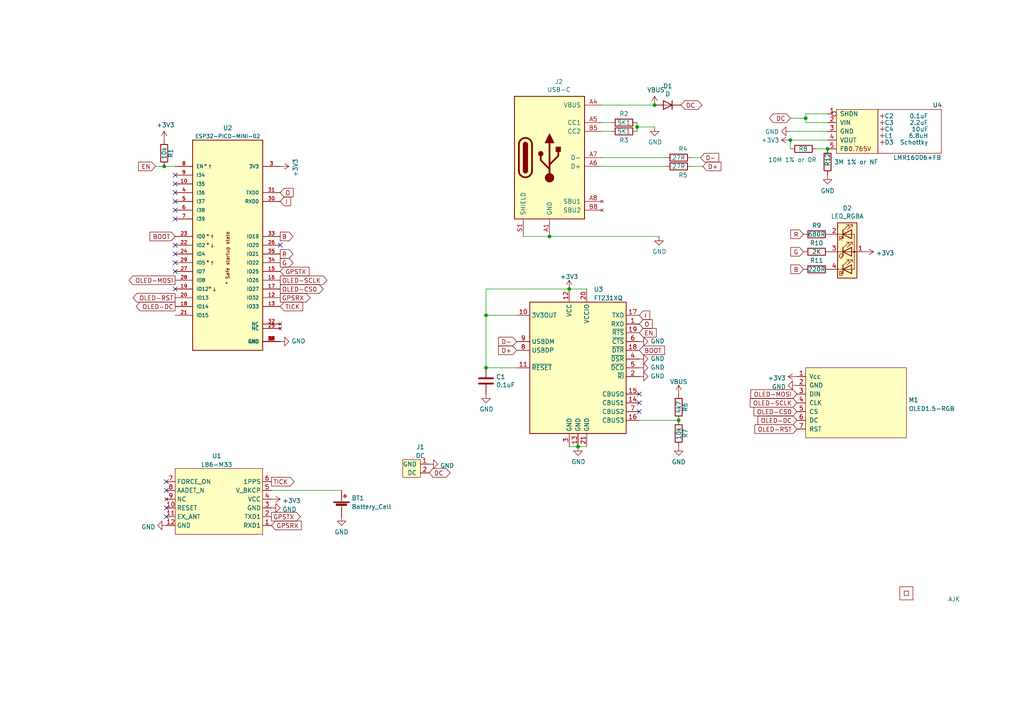
<source format=kicad_sch>
(kicad_sch (version 20211123) (generator eeschema)
  (paper "A4")
  (title_block (title "GPS reference") (date "${DATE}") (rev "1") (company "Adrian Kennard Andrews & Arnold Ltd") (comment 1 "@TheRealRevK") (comment 2 "www.me.uk"))
  (lib_symbols
    (symbol "Device:Battery_Cell" (pin_numbers hide) (pin_names (offset 0) hide)
      (property "Reference" "BT" (at 2.54 2.54 0))
      (property "Value" "Battery_Cell" (at 2.54 0 0))
      (symbol "Battery_Cell_0_1"
        (rectangle (start -2.286 1.778) (end 2.286 1.524) (fill (type outline)))
        (rectangle (start -1.5748 1.1938) (end 1.4732 0.6858) (fill (type outline)))
        (polyline (pts (xy 0 0.762) (xy 0 0)))
        (polyline (pts (xy 0 1.778) (xy 0 2.54)))
        (polyline (pts (xy 0.508 3.429) (xy 1.524 3.429)) (stroke (width 0.254)))
        (polyline (pts (xy 1.016 3.937) (xy 1.016 2.921)) (stroke (width 0.254)))
      )
      (symbol "Battery_Cell_1_1"
        (pin passive line (at 0 5.08 270) (length 2.54) (name "+") (number "1"))
        (pin passive line (at 0 -2.54 90) (length 2.54) (name "-") (number "2"))
      )
    )
    (symbol "Device:C" (pin_numbers hide) (pin_names (offset 0.254))
      (property "Reference" "C" (at 0.635 2.54 0))
      (property "Value" "C" (at 0.635 -2.54 0))
      (symbol "C_0_1"
        (polyline (pts (xy -2.032 -0.762) (xy 2.032 -0.762)) (stroke (width 0.508)))
        (polyline (pts (xy -2.032 0.762) (xy 2.032 0.762)) (stroke (width 0.508)))
      )
      (symbol "C_1_1"
        (pin passive line (at 0 3.81 270) (length 2.794) (name "~") (number "1"))
        (pin passive line (at 0 -3.81 90) (length 2.794) (name "~") (number "2"))
      )
    )
    (symbol "Device:D" (pin_numbers hide) (pin_names (offset 1.016) hide)
      (property "Reference" "D" (at 0 2.54 0))
      (property "Value" "D" (at 0 -2.54 0))
      (symbol "D_0_1"
        (polyline (pts (xy -1.27 1.27) (xy -1.27 -1.27)) (stroke (width 0.254)))
        (polyline (pts (xy 1.27 0) (xy -1.27 0)))
        (polyline (pts (xy 1.27 1.27) (xy 1.27 -1.27) (xy -1.27 0) (xy 1.27 1.27)) (stroke (width 0.254)))
      )
      (symbol "D_1_1"
        (pin passive line (at -3.81 0 0) (length 2.54) (name "K") (number "1"))
        (pin passive line (at 3.81 0 180) (length 2.54) (name "A") (number "2"))
      )
    )
    (symbol "Device:LED_ARGB" (pin_names (offset 0) hide)
      (property "Reference" "D" (at 0 9.398 0))
      (property "Value" "LED_ARGB" (at 0 -8.89 0))
      (symbol "LED_ARGB_0_0"
        (text "B" (at -1.905 -6.35 0) (effects (font (size 1.27 1.27))))
        (text "G" (at -1.905 -1.27 0) (effects (font (size 1.27 1.27))))
        (text "R" (at -1.905 3.81 0) (effects (font (size 1.27 1.27))))
      )
      (symbol "LED_ARGB_0_1"
        (polyline (pts (xy -1.27 -5.08) (xy -2.54 -5.08)))
        (polyline (pts (xy -1.27 -5.08) (xy 1.27 -5.08)))
        (polyline (pts (xy -1.27 -3.81) (xy -1.27 -6.35)) (stroke (width 0.254)))
        (polyline (pts (xy -1.27 0) (xy -2.54 0)))
        (polyline (pts (xy -1.27 1.27) (xy -1.27 -1.27)) (stroke (width 0.254)))
        (polyline (pts (xy -1.27 5.08) (xy -2.54 5.08)))
        (polyline (pts (xy -1.27 5.08) (xy 1.27 5.08)))
        (polyline (pts (xy -1.27 6.35) (xy -1.27 3.81)) (stroke (width 0.254)))
        (polyline (pts (xy 1.27 0) (xy -1.27 0)))
        (polyline (pts (xy 1.27 0) (xy 2.54 0)))
        (polyline (pts (xy -1.27 1.27) (xy -1.27 -1.27) (xy -1.27 -1.27)))
        (polyline (pts (xy -1.27 6.35) (xy -1.27 3.81) (xy -1.27 3.81)))
        (polyline (pts (xy 1.27 -5.08) (xy 2.032 -5.08) (xy 2.032 5.08) (xy 1.27 5.08)))
        (polyline (pts (xy 1.27 -3.81) (xy 1.27 -6.35) (xy -1.27 -5.08) (xy 1.27 -3.81)) (stroke (width 0.254)))
        (polyline (pts (xy 1.27 1.27) (xy 1.27 -1.27) (xy -1.27 0) (xy 1.27 1.27)) (stroke (width 0.254)))
        (polyline (pts (xy 1.27 6.35) (xy 1.27 3.81) (xy -1.27 5.08) (xy 1.27 6.35)) (stroke (width 0.254)))
        (polyline (pts (xy -1.016 -3.81) (xy 0.508 -2.286) (xy -0.254 -2.286) (xy 0.508 -2.286) (xy 0.508 -3.048)))
        (polyline (pts (xy -1.016 1.27) (xy 0.508 2.794) (xy -0.254 2.794) (xy 0.508 2.794) (xy 0.508 2.032)))
        (polyline (pts (xy -1.016 6.35) (xy 0.508 7.874) (xy -0.254 7.874) (xy 0.508 7.874) (xy 0.508 7.112)))
        (polyline (pts (xy 0 -3.81) (xy 1.524 -2.286) (xy 0.762 -2.286) (xy 1.524 -2.286) (xy 1.524 -3.048)))
        (polyline (pts (xy 0 1.27) (xy 1.524 2.794) (xy 0.762 2.794) (xy 1.524 2.794) (xy 1.524 2.032)))
        (polyline (pts (xy 0 6.35) (xy 1.524 7.874) (xy 0.762 7.874) (xy 1.524 7.874) (xy 1.524 7.112)))
        (rectangle (start 1.27 -1.27) (end 1.27 1.27))
        (rectangle (start 1.27 1.27) (end 1.27 1.27))
        (rectangle (start 1.27 3.81) (end 1.27 6.35))
        (rectangle (start 1.27 6.35) (end 1.27 6.35))
        (circle (center 2.032 0) (radius 0.254) (fill (type outline)))
        (rectangle (start 2.794 8.382) (end -2.794 -7.62) (stroke (width 0.254)) (fill (type background)))
      )
      (symbol "LED_ARGB_1_1"
        (pin passive line (at 5.08 0 180) (length 2.54) (name "A") (number "1"))
        (pin passive line (at -5.08 5.08 0) (length 2.54) (name "RK") (number "2"))
        (pin passive line (at -5.08 0 0) (length 2.54) (name "GK") (number "3"))
        (pin passive line (at -5.08 -5.08 0) (length 2.54) (name "BK") (number "4"))
      )
    )
    (symbol "Device:R" (pin_numbers hide) (pin_names (offset 0))
      (property "Reference" "R" (at 2.032 0 90))
      (property "Value" "R" (at 0 0 90))
      (symbol "R_0_1"
        (rectangle (start -1.016 -2.54) (end 1.016 2.54) (stroke (width 0.254)))
      )
      (symbol "R_1_1"
        (pin passive line (at 0 3.81 270) (length 1.27) (name "~") (number "1"))
        (pin passive line (at 0 -3.81 90) (length 1.27) (name "~") (number "2"))
      )
    )
    (symbol "RevK:AJK" (pin_names (offset 1.016)) (in_bom no)
      (property "Value" "AJK" (at 0 0 0))
    )
    (symbol "RevK:DC" (pin_names (offset 1.016))
      (property "Reference" "J" (at 0 2.54 0))
      (property "Value" "DC" (at 2.54 -1.27 0))
      (symbol "DC_0_1"
        (rectangle (start 0 1.27) (end 5.08 -3.81) (fill (type background)))
      )
      (symbol "DC_1_1"
        (pin power_out line (at -2.54 0 0) (length 2.54) (name "GND") (number "1"))
        (pin power_out line (at -2.54 -2.54 0) (length 2.54) (name "DC") (number "2"))
      )
    )
    (symbol "RevK:ESP32-PICO-MINI-02" (pin_names (offset 1.016))
      (property "Reference" "U" (at -10.16 -33.02 0))
      (property "Value" "ESP32-PICO-MINI-02" (at 0 27.94 0))
      (symbol "ESP32-PICO-MINI-02_0_0"
        (rectangle (start -10.16 -30.48) (end 10.16 30.48) (stroke (width 0.254)) (fill (type background)))
        (text "* Safe startup state" (at 0 -11.43 900) (effects (font (size 1 1)) (justify left)))
        (text "*↑" (at -6.985 22.86 0) (effects (font (size 1.27 1.27)) (justify left)))
        (text "*↑" (at -6.35 -5.08 0) (effects (font (size 1.27 1.27)) (justify left)))
        (text "*↑" (at -6.35 2.54 0) (effects (font (size 1.27 1.27)) (justify left)))
        (text "*↓" (at -6.35 0 0) (effects (font (size 1.27 1.27)) (justify left)))
        (text "*↓" (at -5.715 -12.7 0) (effects (font (size 1.27 1.27)) (justify left)))
        (pin power_in line (at 15.24 -27.94 180) (length 5.08) (name "GND") (number "1"))
        (pin input line (at -15.24 17.78 0) (length 5.08) (name "I35") (number "10"))
        (pin power_in line (at 15.24 -27.94 180) (length 5.08) (name "GND") (number "11"))
        (pin bidirectional line (at 15.24 -15.24 180) (length 5.08) (name "IO32") (number "12"))
        (pin bidirectional line (at 15.24 -17.78 180) (length 5.08) (name "IO33") (number "13"))
        (pin power_in line (at 15.24 -27.94 180) (length 5.08) (name "GND") (number "14"))
        (pin bidirectional line (at 15.24 -7.62 180) (length 5.08) (name "IO25") (number "15"))
        (pin bidirectional line (at 15.24 -10.16 180) (length 5.08) (name "IO26") (number "16"))
        (pin bidirectional line (at 15.24 -12.7 180) (length 5.08) (name "IO27") (number "17"))
        (pin bidirectional line (at -15.24 -17.78 0) (length 5.08) (name "IO14") (number "18"))
        (pin bidirectional line (at -15.24 -12.7 0) (length 5.08) (name "IO12") (number "19"))
        (pin power_in line (at 15.24 -27.94 180) (length 5.08) (name "GND") (number "2"))
        (pin bidirectional line (at -15.24 -15.24 0) (length 5.08) (name "IO13") (number "20"))
        (pin bidirectional line (at -15.24 -20.32 0) (length 5.08) (name "IO15") (number "21"))
        (pin bidirectional line (at -15.24 0 0) (length 5.08) (name "IO2") (number "22"))
        (pin bidirectional line (at -15.24 2.54 0) (length 5.08) (name "IO0") (number "23"))
        (pin bidirectional line (at -15.24 -2.54 0) (length 5.08) (name "IO4") (number "24"))
        (pin no_connect line (at 15.24 -24.13 180) (length 5.08) (name "NC") (number "25"))
        (pin bidirectional line (at 15.24 0 180) (length 5.08) (name "IO20") (number "26"))
        (pin bidirectional line (at -15.24 -7.62 0) (length 5.08) (name "IO7") (number "27"))
        (pin bidirectional line (at -15.24 -10.16 0) (length 5.08) (name "IO8") (number "28"))
        (pin bidirectional line (at -15.24 -5.08 0) (length 5.08) (name "IO5") (number "29"))
        (pin power_in line (at 15.24 22.86 180) (length 5.08) (name "3V3") (number "3"))
        (pin bidirectional line (at 15.24 12.7 180) (length 5.08) (name "RXD0") (number "30"))
        (pin bidirectional line (at 15.24 15.24 180) (length 5.08) (name "TXD0") (number "31"))
        (pin no_connect line (at 15.24 -22.86 180) (length 5.08) (name "NC") (number "32"))
        (pin bidirectional line (at 15.24 2.54 180) (length 5.08) (name "IO19") (number "33"))
        (pin bidirectional line (at 15.24 -5.08 180) (length 5.08) (name "IO22") (number "34"))
        (pin bidirectional line (at 15.24 -2.54 180) (length 5.08) (name "IO21") (number "35"))
        (pin power_in line (at 15.24 -27.94 180) (length 5.08) (name "GND") (number "36"))
        (pin power_in line (at 15.24 -27.94 180) (length 5.08) (name "GND") (number "37"))
        (pin power_in line (at 15.24 -27.94 180) (length 5.08) (name "GND") (number "38"))
        (pin power_in line (at 15.24 -27.94 180) (length 5.08) (name "GND") (number "39"))
        (pin input line (at -15.24 15.24 0) (length 5.08) (name "I36") (number "4"))
        (pin power_in line (at 15.24 -27.94 180) (length 5.08) (name "GND") (number "40"))
        (pin power_in line (at 15.24 -27.94 180) (length 5.08) (name "GND") (number "41"))
        (pin power_in line (at 15.24 -27.94 180) (length 5.08) (name "GND") (number "42"))
        (pin power_in line (at 15.24 -27.94 180) (length 5.08) (name "GND") (number "43"))
        (pin power_in line (at 15.24 -27.94 180) (length 5.08) (name "GND") (number "44"))
        (pin power_in line (at 15.24 -27.94 180) (length 5.08) (name "GND") (number "45"))
        (pin power_in line (at 15.24 -27.94 180) (length 5.08) (name "GND") (number "46"))
        (pin power_in line (at 15.24 -27.94 180) (length 5.08) (name "GND") (number "47"))
        (pin power_in line (at 15.24 -27.94 180) (length 5.08) (name "GND") (number "48"))
        (pin power_in line (at 15.24 -27.94 180) (length 5.08) (name "GND") (number "49"))
        (pin input line (at -15.24 12.7 0) (length 5.08) (name "I37") (number "5"))
        (pin power_in line (at 15.24 -27.94 180) (length 5.08) (name "GND") (number "50"))
        (pin power_in line (at 15.24 -27.94 180) (length 5.08) (name "GND") (number "51"))
        (pin power_in line (at 15.24 -27.94 180) (length 5.08) (name "GND") (number "52"))
        (pin power_in line (at 15.24 -27.94 180) (length 5.08) (name "GND") (number "53"))
        (pin input line (at -15.24 10.16 0) (length 5.08) (name "I38") (number "6"))
        (pin input line (at -15.24 7.62 0) (length 5.08) (name "I39") (number "7"))
        (pin input line (at -15.24 22.86 0) (length 5.08) (name "EN") (number "8"))
        (pin input line (at -15.24 20.32 0) (length 5.08) (name "I34") (number "9"))
      )
    )
    (symbol "RevK:FT231XQ"
      (property "Reference" "U" (at -13.97 20.32 0))
      (property "Value" "FT231XQ" (at 6.35 20.32 0))
      (symbol "FT231XQ_0_1"
        (rectangle (start -13.97 19.05) (end 13.97 -19.05) (stroke (width 0.254)) (fill (type background)))
      )
      (symbol "FT231XQ_1_1"
        (pin input line (at 17.78 12.7 180) (length 3.81) (name "RXD") (number "1"))
        (pin passive line (at -17.78 15.24 0) (length 3.81) (name "3V3OUT") (number "10"))
        (pin input line (at -17.78 0 0) (length 3.81) (name "~{RESET}") (number "11"))
        (pin power_in line (at -2.54 22.86 270) (length 3.81) (name "VCC") (number "12"))
        (pin power_in line (at 0 -22.86 90) (length 3.81) (name "GND") (number "13"))
        (pin bidirectional line (at 17.78 -10.16 180) (length 3.81) (name "CBUS1") (number "14"))
        (pin bidirectional line (at 17.78 -7.62 180) (length 3.81) (name "CBUS0") (number "15"))
        (pin bidirectional line (at 17.78 -15.24 180) (length 3.81) (name "CBUS3") (number "16"))
        (pin output line (at 17.78 15.24 180) (length 3.81) (name "TXD") (number "17"))
        (pin output line (at 17.78 5.08 180) (length 3.81) (name "~{DTR}") (number "18"))
        (pin output line (at 17.78 10.16 180) (length 3.81) (name "~{RTS}") (number "19"))
        (pin input line (at 17.78 -2.54 180) (length 3.81) (name "~{RI}") (number "2"))
        (pin power_in line (at 2.54 22.86 270) (length 3.81) (name "VCCIO") (number "20"))
        (pin power_in line (at 2.54 -22.86 90) (length 3.81) (name "GND") (number "21"))
        (pin power_in line (at -2.54 -22.86 90) (length 3.81) (name "GND") (number "3"))
        (pin input line (at 17.78 2.54 180) (length 3.81) (name "~{DSR}") (number "4"))
        (pin input line (at 17.78 0 180) (length 3.81) (name "~{DCD}") (number "5"))
        (pin input line (at 17.78 7.62 180) (length 3.81) (name "~{CTS}") (number "6"))
        (pin bidirectional line (at 17.78 -12.7 180) (length 3.81) (name "CBUS2") (number "7"))
        (pin bidirectional line (at -17.78 5.08 0) (length 3.81) (name "USBDP") (number "8"))
        (pin bidirectional line (at -17.78 7.62 0) (length 3.81) (name "USBDM") (number "9"))
      )
    )
    (symbol "RevK:Hidden" (pin_names (offset 1.016))
      (property "Reference" "Z" (at 0.635 0 0))
      (property "Value" "Hidden" (at 4.445 0 0))
      (symbol "Hidden_0_1"
        (polyline (pts (xy -0.635 0) (xy 0.635 0)) (stroke (width 0.1524)))
        (polyline (pts (xy 0 0.635) (xy 0 -0.635)) (stroke (width 0.1524)))
      )
      (symbol "Hidden_1_1"
        (pin no_connect non_logic (at 0 -2.54 90) (length 2.54) hide (name "~") (number "~"))
      )
    )
    (symbol "RevK:L86-M33"
      (property "Reference" "U" (at 0 11.43 0))
      (property "Value" "L86-M33" (at 0 8.89 0))
      (symbol "L86-M33_0_1"
        (rectangle (start -12.7 10.16) (end 12.7 -8.89) (stroke (width 0.1524)) (fill (type background)))
      )
      (symbol "L86-M33_1_1"
        (pin input line (at 15.24 -6.35 180) (length 2.54) (name "RXD1") (number "1"))
        (pin input line (at -15.24 -1.27 0) (length 2.54) (name "RESET") (number "10"))
        (pin passive line (at -15.24 -3.81 0) (length 2.54) (name "EX_ANT") (number "11"))
        (pin power_in line (at -15.24 -6.35 0) (length 2.54) (name "GND") (number "12"))
        (pin output line (at 15.24 -3.81 180) (length 2.54) (name "TXD1") (number "2"))
        (pin power_in line (at 15.24 -1.27 180) (length 2.54) (name "GND") (number "3"))
        (pin power_in line (at 15.24 1.27 180) (length 2.54) (name "VCC") (number "4"))
        (pin power_in line (at 15.24 3.81 180) (length 2.54) (name "V_BKCP") (number "5"))
        (pin output line (at 15.24 6.35 180) (length 2.54) (name "1PPS") (number "6"))
        (pin input line (at -15.24 6.35 0) (length 2.54) (name "FORCE_ON") (number "7"))
        (pin passive line (at -15.24 3.81 0) (length 2.54) (name "AADET_N") (number "8"))
        (pin no_connect line (at -15.24 1.27 0) (length 2.54) (name "NC") (number "9"))
      )
    )
    (symbol "RevK:LMR16006+FB" (pin_names (offset 1.016))
      (property "Reference" "U" (at 11.43 2.54 0))
      (property "Value" "LMR16006+FB" (at 7.62 -12.7 0))
      (symbol "LMR16006+FB_0_0"
        (rectangle (start 2.54 1.27) (end 14.605 -11.43) (fill (type background)))
        (text "0.765V" (at 12.7 -10.16 0) (effects (font (size 1.27 1.27)) (justify right)))
      )
      (symbol "LMR16006+FB_0_1"
        (rectangle (start 14.605 1.27) (end 33.02 -11.43))
      )
      (symbol "LMR16006+FB_1_1"
        (pin input inverted (at 0 0 0) (length 2.54) (name "SHDN") (number "1"))
        (pin power_in line (at 0 -2.54 0) (length 2.54) (name "VIN") (number "2"))
        (pin power_in line (at 0 -5.08 0) (length 2.54) (name "GND") (number "3"))
        (pin power_out line (at 0 -7.62 0) (length 2.54) (name "VOUT") (number "4"))
        (pin passive line (at 0 -10.16 0) (length 2.54) (name "FB") (number "5"))
      )
    )
    (symbol "RevK:OLED1.5-RGB" (pin_names (offset 1.016))
      (property "Reference" "M" (at 17.78 2.54 0))
      (property "Value" "OLED1.5-RGB" (at 31.75 -1.27 0))
      (symbol "OLED1.5-RGB_0_1"
        (rectangle (start 2.54 0) (end 31.75 -20.32) (fill (type background)))
      )
      (symbol "OLED1.5-RGB_1_1"
        (pin power_in line (at 0 -2.54 0) (length 2.54) (name "Vcc") (number "1"))
        (pin power_in line (at 0 -5.08 0) (length 2.54) (name "GND") (number "2"))
        (pin input line (at 0 -7.62 0) (length 2.54) (name "DIN") (number "3"))
        (pin input line (at 0 -10.16 0) (length 2.54) (name "CLK") (number "4"))
        (pin input line (at 0 -12.7 0) (length 2.54) (name "CS") (number "5"))
        (pin input line (at 0 -15.24 0) (length 2.54) (name "DC") (number "6"))
        (pin input line (at 0 -17.78 0) (length 2.54) (name "RST") (number "7"))
      )
    )
    (symbol "RevK:QR" (pin_names (offset 1.016)) (in_bom no)
      (symbol "QR_0_1"
        (rectangle (start -1.905 -1.905) (end -1.905 1.905))
        (rectangle (start -1.905 1.905) (end 1.905 1.905))
        (rectangle (start -0.635 -0.635) (end -0.635 0.635))
        (rectangle (start -0.635 0.635) (end 0.635 0.635))
        (rectangle (start 0.635 -0.635) (end -0.635 -0.635))
        (rectangle (start 0.635 0.635) (end 0.635 -0.635))
        (rectangle (start 1.905 -1.905) (end -1.905 -1.905))
        (rectangle (start 1.905 1.905) (end 1.905 -1.905))
      )
    )
    (symbol "RevK:USB-C" (pin_names (offset 1.016))
      (property "Reference" "J" (at -10.16 19.05 0))
      (property "Value" "USB-C" (at -7.62 15.24 0))
      (symbol "USB-C_0_1"
        (rectangle (start -10.16 17.78) (end 10.16 -17.78) (stroke (width 0.254)) (fill (type background)))
        (arc (start -8.89 -3.81) (mid -6.985 -5.715) (end -5.08 -3.81) (stroke (width 0.508)))
        (arc (start -7.62 -3.81) (mid -6.985 -4.445) (end -6.35 -3.81) (stroke (width 0.254)))
        (arc (start -7.62 -3.81) (mid -6.985 -4.445) (end -6.35 -3.81) (stroke (width 0.254)) (fill (type outline)))
        (rectangle (start -7.62 -3.81) (end -6.35 3.81) (stroke (width 0.254)) (fill (type outline)))
        (arc (start -6.35 3.81) (mid -6.985 4.445) (end -7.62 3.81) (stroke (width 0.254)))
        (arc (start -6.35 3.81) (mid -6.985 4.445) (end -7.62 3.81) (stroke (width 0.254)) (fill (type outline)))
        (arc (start -5.08 3.81) (mid -6.985 5.715) (end -8.89 3.81) (stroke (width 0.508)))
        (circle (center -2.54 1.143) (radius 0.635) (stroke (width 0.254)) (fill (type outline)))
        (circle (center 0 -5.842) (radius 1.27) (fill (type outline)))
        (polyline (pts (xy -8.89 -3.81) (xy -8.89 3.81)) (stroke (width 0.508)))
        (polyline (pts (xy -5.08 3.81) (xy -5.08 -3.81)) (stroke (width 0.508)))
        (polyline (pts (xy 0 -5.842) (xy 0 4.318)) (stroke (width 0.508)))
        (polyline (pts (xy 0 -3.302) (xy -2.54 -0.762) (xy -2.54 0.508)) (stroke (width 0.508)))
        (polyline (pts (xy 0 -2.032) (xy 2.54 0.508) (xy 2.54 1.778)) (stroke (width 0.508)))
        (polyline (pts (xy -1.27 4.318) (xy 0 6.858) (xy 1.27 4.318) (xy -1.27 4.318)) (stroke (width 0.254)) (fill (type outline)))
        (rectangle (start 1.905 1.778) (end 3.175 3.048) (stroke (width 0.254)) (fill (type outline)))
      )
      (symbol "USB-C_1_1"
        (pin power_out line (at 0 -22.86 90) (length 5.08) (name "GND") (number "A1"))
        (pin passive line (at 0 -22.86 90) (length 5.08) hide (name "GND") (number "A12"))
        (pin power_out line (at 15.24 15.24 180) (length 5.08) (name "VBUS") (number "A4"))
        (pin bidirectional line (at 15.24 10.16 180) (length 5.08) (name "CC1") (number "A5"))
        (pin bidirectional line (at 15.24 -2.54 180) (length 5.08) (name "D+") (number "A6"))
        (pin bidirectional line (at 15.24 0 180) (length 5.08) (name "D-") (number "A7"))
        (pin no_connect line (at 15.24 -12.7 180) (length 5.08) (name "SBU1") (number "A8"))
        (pin passive line (at 15.24 15.24 180) (length 5.08) hide (name "VBUS") (number "A9"))
        (pin passive line (at 0 -22.86 90) (length 5.08) hide (name "GND") (number "B1"))
        (pin passive line (at 0 -22.86 90) (length 5.08) hide (name "GND") (number "B12"))
        (pin passive line (at 15.24 15.24 180) (length 5.08) hide (name "VBUS") (number "B4"))
        (pin bidirectional line (at 15.24 7.62 180) (length 5.08) (name "CC2") (number "B5"))
        (pin bidirectional line (at 15.24 -2.54 180) (length 5.08) hide (name "D+") (number "B6"))
        (pin bidirectional line (at 15.24 0 180) (length 5.08) hide (name "D-") (number "B7"))
        (pin no_connect line (at 15.24 -15.24 180) (length 5.08) (name "SBU2") (number "B8"))
        (pin passive line (at 15.24 15.24 180) (length 5.08) hide (name "VBUS") (number "B9"))
        (pin passive line (at -7.62 -22.86 90) (length 5.08) (name "SHIELD") (number "S1"))
      )
    )
    (symbol "power:+3.3V" (power) (pin_names (offset 0))
      (property "Value" "+3.3V" (at 0 3.556 0))
      (symbol "+3.3V_0_1"
        (polyline (pts (xy -0.762 1.27) (xy 0 2.54)))
        (polyline (pts (xy 0 0) (xy 0 2.54)))
        (polyline (pts (xy 0 2.54) (xy 0.762 1.27)))
      )
      (symbol "+3.3V_1_1"
        (pin power_in line (at 0 0 90) (length 0) hide (name "+3V3") (number "1"))
      )
    )
    (symbol "power:GND" (power) (pin_names (offset 0))
      (property "Value" "GND" (at 0 -3.81 0))
      (symbol "GND_0_1"
        (polyline (pts (xy 0 0) (xy 0 -1.27) (xy 1.27 -1.27) (xy 0 -2.54) (xy -1.27 -1.27) (xy 0 -1.27)))
      )
      (symbol "GND_1_1"
        (pin power_in line (at 0 0 270) (length 0) hide (name "GND") (number "1"))
      )
    )
    (symbol "power:VBUS" (power) (pin_names (offset 0))
      (property "Value" "VBUS" (at 0 3.81 0))
      (symbol "VBUS_0_1"
        (polyline (pts (xy -0.762 1.27) (xy 0 2.54)))
        (polyline (pts (xy 0 0) (xy 0 2.54)))
        (polyline (pts (xy 0 2.54) (xy 0.762 1.27)))
      )
      (symbol "VBUS_1_1"
        (pin power_in line (at 0 0 90) (length 0) hide (name "VBUS") (number "1"))
      )
    )
  )
  (junction (at 184.785 36.83))
  (junction (at 196.85 121.92))
  (junction (at 229.235 40.64))
  (junction (at 47.625 48.26))
  (junction (at 167.64 129.54))
  (junction (at 240.03 43.18))
  (junction (at 140.97 106.68))
  (junction (at 189.865 30.48))
  (junction (at 159.385 68.58))
  (junction (at 233.68 34.29))
  (junction (at 140.97 91.44))
  (junction (at 165.1 83.82))
  (no_connect (at 81.28 71.12))
  (no_connect (at 50.8 50.8))
  (no_connect (at 50.8 78.74))
  (no_connect (at 50.8 83.82))
  (no_connect (at 185.42 116.84))
  (no_connect (at 185.42 119.38))
  (no_connect (at 50.8 53.34))
  (no_connect (at 50.8 55.88))
  (no_connect (at 50.8 58.42))
  (no_connect (at 50.8 60.96))
  (no_connect (at 50.8 63.5))
  (no_connect (at 50.8 71.12))
  (no_connect (at 50.8 76.2))
  (no_connect (at 185.42 114.3))
  (no_connect (at 50.8 73.66))
  (no_connect (at 48.26 139.7))
  (no_connect (at 48.26 142.24))
  (no_connect (at 48.26 147.32))
  (no_connect (at 48.26 149.86))
  (wire (pts (xy 233.68 34.29) (xy 233.68 35.56)))
  (wire (pts (xy 140.97 91.44) (xy 149.86 91.44)))
  (wire (pts (xy 45.085 48.26) (xy 47.625 48.26)))
  (wire (pts (xy 229.235 40.64) (xy 229.235 43.18)))
  (wire (pts (xy 165.1 129.54) (xy 167.64 129.54)))
  (wire (pts (xy 229.235 40.64) (xy 240.03 40.64)))
  (wire (pts (xy 174.625 48.26) (xy 193.04 48.26)))
  (wire (pts (xy 174.625 45.72) (xy 193.04 45.72)))
  (wire (pts (xy 140.97 83.82) (xy 140.97 91.44)))
  (wire (pts (xy 184.785 36.83) (xy 184.785 38.1)))
  (wire (pts (xy 189.865 36.83) (xy 184.785 36.83)))
  (wire (pts (xy 159.385 68.58) (xy 191.135 68.58)))
  (wire (pts (xy 185.42 121.92) (xy 196.85 121.92)))
  (wire (pts (xy 149.86 106.68) (xy 140.97 106.68)))
  (wire (pts (xy 174.625 30.48) (xy 189.865 30.48)))
  (wire (pts (xy 174.625 35.56) (xy 177.165 35.56)))
  (wire (pts (xy 184.785 35.56) (xy 184.785 36.83)))
  (wire (pts (xy 47.625 48.26) (xy 50.8 48.26)))
  (wire (pts (xy 236.855 43.18) (xy 240.03 43.18)))
  (wire (pts (xy 229.235 38.1) (xy 240.03 38.1)))
  (wire (pts (xy 140.97 106.68) (xy 140.97 91.44)))
  (wire (pts (xy 229.235 34.29) (xy 233.68 34.29)))
  (wire (pts (xy 233.68 33.02) (xy 240.03 33.02)))
  (wire (pts (xy 167.64 129.54) (xy 170.18 129.54)))
  (wire (pts (xy 165.1 83.82) (xy 170.18 83.82)))
  (wire (pts (xy 233.68 33.02) (xy 233.68 34.29)))
  (wire (pts (xy 174.625 38.1) (xy 177.165 38.1)))
  (wire (pts (xy 151.765 68.58) (xy 159.385 68.58)))
  (wire (pts (xy 233.68 35.56) (xy 240.03 35.56)))
  (wire (pts (xy 140.97 83.82) (xy 165.1 83.82)))
  (wire (pts (xy 200.66 45.72) (xy 203.2 45.72)))
  (wire (pts (xy 78.74 142.24) (xy 99.06 142.24)))
  (wire (pts (xy 200.66 48.26) (xy 203.835 48.26)))
  (global_label "I" (shape input) (at 81.28 58.42 0) (property "Intersheet References" "${INTERSHEET_REFS}" (effects hide)))
  (global_label "O" (shape input) (at 185.42 93.98 0) (property "Intersheet References" "${INTERSHEET_REFS}" (effects hide)))
  (global_label "EN" (shape input) (at 45.085 48.26 180) (property "Intersheet References" "${INTERSHEET_REFS}" (effects hide)))
  (global_label "BOOT" (shape input) (at 50.8 68.58 180) (property "Intersheet References" "${INTERSHEET_REFS}" (effects hide)))
  (global_label "OLED-RST" (shape output) (at 50.8 86.36 180) (property "Intersheet References" "${INTERSHEET_REFS}" (effects hide)))
  (global_label "OLED-SCLK" (shape input) (at 231.14 116.84 180) (property "Intersheet References" "${INTERSHEET_REFS}" (effects hide)))
  (global_label "R" (shape input) (at 233.045 67.945 180) (property "Intersheet References" "${INTERSHEET_REFS}" (effects hide)))
  (global_label "GPSRX" (shape input) (at 78.74 152.4 0) (property "Intersheet References" "${INTERSHEET_REFS}" (effects hide)))
  (global_label "R" (shape output) (at 81.28 73.66 0) (property "Intersheet References" "${INTERSHEET_REFS}" (effects hide)))
  (global_label "OLED-CS0" (shape input) (at 231.14 119.38 180) (property "Intersheet References" "${INTERSHEET_REFS}" (effects hide)))
  (global_label "DC" (shape bidirectional) (at 229.235 34.29 180) (property "Intersheet References" "${INTERSHEET_REFS}" (effects hide)))
  (global_label "OLED-CS0" (shape output) (at 81.28 83.82 0) (property "Intersheet References" "${INTERSHEET_REFS}" (effects hide)))
  (global_label "I" (shape input) (at 185.42 91.44 0) (property "Intersheet References" "${INTERSHEET_REFS}" (effects hide)))
  (global_label "OLED-SCLK" (shape output) (at 81.28 81.28 0) (property "Intersheet References" "${INTERSHEET_REFS}" (effects hide)))
  (global_label "GPSTX" (shape output) (at 78.74 149.86 0) (property "Intersheet References" "${INTERSHEET_REFS}" (effects hide)))
  (global_label "DC" (shape bidirectional) (at 197.485 30.48 0) (property "Intersheet References" "${INTERSHEET_REFS}" (effects hide)))
  (global_label "DC" (shape bidirectional) (at 124.46 137.16 0) (property "Intersheet References" "${INTERSHEET_REFS}" (effects hide)))
  (global_label "OLED-MOSI" (shape output) (at 50.8 81.28 180) (property "Intersheet References" "${INTERSHEET_REFS}" (effects hide)))
  (global_label "EN" (shape input) (at 185.42 96.52 0) (property "Intersheet References" "${INTERSHEET_REFS}" (effects hide)))
  (global_label "B" (shape input) (at 233.045 78.105 180) (property "Intersheet References" "${INTERSHEET_REFS}" (effects hide)))
  (global_label "OLED-DC" (shape output) (at 50.8 88.9 180) (property "Intersheet References" "${INTERSHEET_REFS}" (effects hide)))
  (global_label "OLED-DC" (shape input) (at 231.14 121.92 180) (property "Intersheet References" "${INTERSHEET_REFS}" (effects hide)))
  (global_label "OLED-RST" (shape input) (at 231.14 124.46 180) (property "Intersheet References" "${INTERSHEET_REFS}" (effects hide)))
  (global_label "BOOT" (shape input) (at 185.42 101.6 0) (property "Intersheet References" "${INTERSHEET_REFS}" (effects hide)))
  (global_label "TICK" (shape input) (at 81.28 88.9 0) (property "Intersheet References" "${INTERSHEET_REFS}" (effects hide)))
  (global_label "O" (shape input) (at 81.28 55.88 0) (property "Intersheet References" "${INTERSHEET_REFS}" (effects hide)))
  (global_label "D-" (shape input) (at 203.2 45.72 0) (property "Intersheet References" "${INTERSHEET_REFS}" (effects hide)))
  (global_label "D-" (shape input) (at 149.86 99.06 180) (property "Intersheet References" "${INTERSHEET_REFS}" (effects hide)))
  (global_label "G" (shape input) (at 233.045 73.025 180) (property "Intersheet References" "${INTERSHEET_REFS}" (effects hide)))
  (global_label "GPSTX" (shape input) (at 81.28 78.74 0) (property "Intersheet References" "${INTERSHEET_REFS}" (effects hide)))
  (global_label "G" (shape output) (at 81.28 76.2 0) (property "Intersheet References" "${INTERSHEET_REFS}" (effects hide)))
  (global_label "TICK" (shape output) (at 78.74 139.7 0) (property "Intersheet References" "${INTERSHEET_REFS}" (effects hide)))
  (global_label "B" (shape output) (at 81.28 68.58 0) (property "Intersheet References" "${INTERSHEET_REFS}" (effects hide)))
  (global_label "D+" (shape input) (at 149.86 101.6 180) (property "Intersheet References" "${INTERSHEET_REFS}" (effects hide)))
  (global_label "OLED-MOSI" (shape input) (at 231.14 114.3 180) (property "Intersheet References" "${INTERSHEET_REFS}" (effects hide)))
  (global_label "GPSRX" (shape output) (at 81.28 86.36 0) (property "Intersheet References" "${INTERSHEET_REFS}" (effects hide)))
  (global_label "D+" (shape input) (at 203.835 48.26 0) (property "Intersheet References" "${INTERSHEET_REFS}" (effects hide)))
  (symbol (lib_id "power:+3.3V") (at 250.825 73.025 270) (unit 1)
    (property "Reference" "#PWR027" (effects hide))
    (property "Value" "+3.3V" (at 254.0762 73.406 90) (effects (justify left)))
  )
  (symbol (lib_id "power:GND") (at 167.64 129.54 0) (unit 1)
    (property "Reference" "#PWR011" (effects hide))
    (property "Value" "GND" (at 167.767 133.9342 0))
  )
  (symbol (lib_id "power:GND") (at 185.42 99.06 90) (unit 1)
    (property "Reference" "#PWR012" (effects hide))
    (property "Value" "GND" (at 188.6712 98.933 90) (effects (justify right)))
  )
  (symbol (lib_id "Device:C") (at 140.97 110.49 0) (unit 1)
    (property "Reference" "C1" (at 143.891 109.3216 0) (effects (justify left)))
    (property "Value" "0.1uF" (at 143.891 111.633 0) (effects (justify left)))
    (property "Footprint" "RevK:C_0603" (effects hide))
  )
  (symbol (lib_id "RevK:USB-C") (at 159.385 45.72 0) (unit 1)
    (property "Reference" "J2" (at 162.1028 23.6982 0))
    (property "Value" "USB-C" (at 162.1028 26.0096 0))
    (property "Footprint" "RevK:USC16-TR-Round" (effects hide))
    (property "Datasheet" "https://www.usb.org/sites/default/files/documents/usb_type-c.zip" (effects hide))
  )
  (symbol (lib_id "Device:R") (at 180.975 35.56 90) (unit 1)
    (property "Reference" "R2" (at 180.975 33.02 90))
    (property "Value" "5K1" (at 180.975 35.56 90))
    (property "Footprint" "RevK:R_0603" (effects hide))
  )
  (symbol (lib_id "power:VBUS") (at 189.865 30.48 0) (unit 1)
    (property "Reference" "#PWR016" (effects hide))
    (property "Value" "VBUS" (at 190.246 26.0858 0))
  )
  (symbol (lib_id "power:+3.3V") (at 81.28 48.26 270) (unit 1)
    (property "Reference" "#PWR05" (effects hide))
    (property "Value" "+3.3V" (at 85.6742 48.641 0))
  )
  (symbol (lib_id "power:GND") (at 189.865 36.83 0) (unit 1)
    (property "Reference" "#PWR017" (effects hide))
    (property "Value" "GND" (at 189.992 41.2242 0))
  )
  (symbol (lib_id "Device:LED_ARGB") (at 245.745 73.025 0) (unit 1)
    (property "Reference" "D2" (at 245.745 60.4012 0))
    (property "Value" "LED_RGBA" (at 245.745 62.7126 0))
    (property "Footprint" "RevK:LED-RGB-1.6x1.6" (effects hide))
  )
  (symbol (lib_id "Device:R") (at 236.855 73.025 270) (unit 1)
    (property "Reference" "R10" (at 236.855 70.485 90))
    (property "Value" "2K" (at 236.855 73.025 90))
    (property "Footprint" "RevK:R_0603" (effects hide))
  )
  (symbol (lib_id "Device:R") (at 236.855 67.945 270) (unit 1)
    (property "Reference" "R9" (at 236.855 65.405 90))
    (property "Value" "680R" (at 236.855 67.945 90))
    (property "Footprint" "RevK:R_0603" (effects hide))
  )
  (symbol (lib_id "power:GND") (at 191.135 68.58 0) (unit 1)
    (property "Reference" "#PWR018" (effects hide))
    (property "Value" "GND" (at 191.262 72.9742 0))
  )
  (symbol (lib_id "Device:R") (at 180.975 38.1 270) (unit 1)
    (property "Reference" "R3" (at 180.975 40.64 90))
    (property "Value" "5K1" (at 180.975 38.1 90))
    (property "Footprint" "RevK:R_0603" (effects hide))
  )
  (symbol (lib_id "Device:R") (at 236.855 78.105 270) (unit 1)
    (property "Reference" "R11" (at 236.855 75.565 90))
    (property "Value" "220R" (at 236.855 78.105 90))
    (property "Footprint" "RevK:R_0603" (effects hide))
  )
  (symbol (lib_id "power:GND") (at 185.42 104.14 90) (unit 1)
    (property "Reference" "#PWR013" (effects hide))
    (property "Value" "GND" (at 188.6712 104.013 90) (effects (justify right)))
  )
  (symbol (lib_id "power:GND") (at 185.42 106.68 90) (unit 1)
    (property "Reference" "#PWR014" (effects hide))
    (property "Value" "GND" (at 188.6712 106.553 90) (effects (justify right)))
  )
  (symbol (lib_id "power:GND") (at 185.42 109.22 90) (unit 1)
    (property "Reference" "#PWR015" (effects hide))
    (property "Value" "GND" (at 188.6712 109.093 90) (effects (justify right)))
  )
  (symbol (lib_id "Device:D") (at 193.675 30.48 180) (unit 1)
    (property "Reference" "D1" (at 193.675 24.9682 0))
    (property "Value" "D" (at 193.675 27.2796 0))
    (property "Footprint" "Diode_SMD:D_1206_3216Metric" (effects hide))
  )
  (symbol (lib_id "power:GND") (at 140.97 114.3 0) (unit 1)
    (property "Reference" "#PWR09" (effects hide))
    (property "Value" "GND" (at 141.097 118.6942 0))
  )
  (symbol (lib_id "power:GND") (at 81.28 99.06 90) (unit 1)
    (property "Reference" "#PWR06" (effects hide))
    (property "Value" "GND" (at 84.5312 98.933 90) (effects (justify right)))
  )
  (symbol (lib_id "RevK:Hidden") (at 255.905 33.655 0) (unit 1)
    (property "Reference" "C2" (at 256.54 33.655 0) (effects (justify left)))
    (property "Value" "0.1uF" (at 269.24 33.655 0) (effects (justify right)))
    (property "Footprint" "RevK:Hidden" (effects hide))
  )
  (symbol (lib_id "RevK:Hidden") (at 255.905 35.56 0) (unit 1)
    (property "Reference" "C3" (at 256.54 35.56 0) (effects (justify left)))
    (property "Value" "2.2uF" (at 269.24 35.56 0) (effects (justify right)))
    (property "Footprint" "RevK:Hidden" (effects hide))
    (property "Note" "0805" (effects hide))
  )
  (symbol (lib_id "RevK:Hidden") (at 255.905 37.465 0) (unit 1)
    (property "Reference" "C4" (at 256.54 37.465 0) (effects (justify left)))
    (property "Value" "10uF" (at 269.24 37.465 0) (effects (justify right)))
    (property "Footprint" "RevK:Hidden" (effects hide))
    (property "Note" "1206" (effects hide))
  )
  (symbol (lib_id "RevK:Hidden") (at 255.905 39.37 0) (unit 1)
    (property "Reference" "L1" (at 256.54 39.37 0) (effects (justify left)))
    (property "Value" "6.8uH" (at 269.24 39.37 0) (effects (justify right)))
    (property "Footprint" "RevK:Hidden" (effects hide))
    (property "Datasheet" "https://www.mouser.co.uk/datasheet/2/987/Laird_Performance_TYA4020_series__Rev_A_-1877538.pdf" (effects hide))
    (property "Manufacturer" "Laird" (effects hide))
    (property "Part No" "TYA4020" (effects hide))
  )
  (symbol (lib_id "RevK:Hidden") (at 255.905 41.275 0) (unit 1)
    (property "Reference" "D3" (at 256.54 41.275 0) (effects (justify left)))
    (property "Value" "Schottky" (at 269.24 41.275 0) (effects (justify right)))
    (property "Footprint" "RevK:Hidden" (effects hide))
    (property "Datasheet" "https://www.mouser.co.uk/datasheet/2/54/CD1206-B220_B2100-777245.pdf" (effects hide))
    (property "Manufacturer" "Bourns" (effects hide))
    (property "Part No" "CD1206-B2100" (effects hide))
  )
  (symbol (lib_id "Device:R") (at 233.045 43.18 90) (unit 1)
    (property "Reference" "R8" (at 234.315 43.18 90) (effects (justify left)))
    (property "Value" "10M 1% or 0R" (at 236.855 46.355 90) (effects (justify left)))
    (property "Footprint" "RevK:R_0603" (effects hide))
  )
  (symbol (lib_id "power:GND") (at 78.74 147.32 90) (unit 1)
    (property "Reference" "#PWR04" (effects hide))
    (property "Value" "GND" (at 81.915 147.7538 90) (effects (justify right)))
  )
  (symbol (lib_id "RevK:LMR16006+FB") (at 240.03 33.02 0) (unit 1)
    (property "Reference" "U4" (at 270.51 30.48 0) (effects (justify left)))
    (property "Value" "LMR16006+FB" (at 259.08 45.72 0) (effects (justify left)))
    (property "Footprint" "RevK:RegulatorBlockFB" (effects hide))
    (property "Manufacturer" "TI" (effects hide))
    (property "Part No" "LMR16006YQ3" (effects hide))
  )
  (symbol (lib_id "power:GND") (at 240.03 50.8 0) (unit 1)
    (property "Reference" "#PWR026" (effects hide))
    (property "Value" "GND" (at 240.03 55.3625 0))
  )
  (symbol (lib_id "power:GND") (at 48.26 152.4 270) (unit 1)
    (property "Reference" "#PWR02" (effects hide))
    (property "Value" "GND" (at 45.0851 152.8338 90) (effects (justify right)))
  )
  (symbol (lib_id "Device:R") (at 196.85 118.11 0) (unit 1)
    (property "Reference" "R6" (at 198.755 118.11 90))
    (property "Value" "4k7" (at 196.85 118.11 90))
    (property "Footprint" "RevK:R_0603" (effects hide))
  )
  (symbol (lib_id "RevK:OLED1.5-RGB") (at 231.14 106.68 0) (unit 1)
    (property "Reference" "M1" (at 263.525 116.0053 0) (effects (justify left)))
    (property "Value" "OLED1.5-RGB" (at 263.525 118.5422 0) (effects (justify left)))
    (property "Footprint" "RevK:OLED1.5-RGB" (effects hide))
  )
  (symbol (lib_id "Device:R") (at 196.85 125.73 0) (unit 1)
    (property "Reference" "R7" (at 198.755 125.73 90))
    (property "Value" "10k" (at 196.85 125.73 90))
    (property "Footprint" "RevK:R_0603" (effects hide))
  )
  (symbol (lib_id "power:GND") (at 231.14 111.76 270) (unit 1)
    (property "Reference" "#PWR024" (effects hide))
    (property "Value" "GND" (at 227.9651 112.1938 90) (effects (justify right)))
  )
  (symbol (lib_id "power:+3.3V") (at 47.625 40.64 0) (unit 1)
    (property "Reference" "#PWR01" (effects hide))
    (property "Value" "+3.3V" (at 48.006 36.2458 0))
  )
  (symbol (lib_id "power:GND") (at 229.235 38.1 270) (unit 1)
    (property "Reference" "#PWR021" (effects hide))
    (property "Value" "GND" (at 225.9838 38.227 90) (effects (justify right)))
  )
  (symbol (lib_id "power:+3.3V") (at 78.74 144.78 270) (unit 1)
    (property "Reference" "#PWR03" (effects hide))
    (property "Value" "+3.3V" (at 81.915 145.2138 90) (effects (justify left)))
  )
  (symbol (lib_id "power:VBUS") (at 196.85 114.3 0) (unit 1)
    (property "Reference" "#PWR019" (effects hide))
    (property "Value" "VBUS" (at 196.85 110.7242 0))
  )
  (symbol (lib_id "power:+3.3V") (at 229.235 40.64 90) (unit 1)
    (property "Reference" "#PWR022" (effects hide))
    (property "Value" "+3.3V" (at 226.06 40.64 90) (effects (justify left)))
  )
  (symbol (lib_id "power:+3.3V") (at 165.1 83.82 0) (unit 1)
    (property "Reference" "#PWR010" (effects hide))
    (property "Value" "+3.3V" (at 165.1 80.2442 0))
  )
  (symbol (lib_id "Device:R") (at 196.85 48.26 90) (unit 1)
    (property "Reference" "R5" (at 198.12 50.8 90))
    (property "Value" "27R" (at 196.85 48.26 90))
    (property "Footprint" "RevK:R_0603" (effects hide))
  )
  (symbol (lib_id "RevK:DC") (at 121.92 134.62 0) (mirror y) (unit 1)
    (property "Reference" "J1" (at 121.92 129.6502 0))
    (property "Value" "DC" (at 121.92 132.1871 0))
    (property "Footprint" "RevK:Molex_MiniSPOX_H2RA" (effects hide))
  )
  (symbol (lib_id "RevK:AJK") (at 274.32 173.355 0) (unit 1) (in_bom no)
    (property "Reference" "Logo2" (effects hide))
    (property "Value" "AJK" (at 274.955 173.7888 0) (effects (justify left)))
    (property "Footprint" "RevK:AJK" (effects hide))
    (property "Note" "Non part, PCB printed" (effects hide))
  )
  (symbol (lib_id "RevK:L86-M33") (at 63.5 146.05 0) (unit 1)
    (property "Reference" "U1" (at 62.865 132.241 0))
    (property "Value" "L86-M33" (at 62.865 134.7779 0))
    (property "Footprint" "RevK:L86-M33" (effects hide))
  )
  (symbol (lib_id "Device:R") (at 47.625 44.45 0) (unit 1)
    (property "Reference" "R1" (at 49.53 44.45 90))
    (property "Value" "10k" (at 47.625 44.45 90))
    (property "Footprint" "RevK:R_0603" (effects hide))
  )
  (symbol (lib_id "RevK:ESP32-PICO-MINI-02") (at 66.04 71.12 0) (unit 1)
    (property "Reference" "U2" (at 66.04 37.1298 0))
    (property "Value" "ESP32-PICO-MINI-02" (at 66.04 39.5139 0) (effects (font (size 1.1 1.1))))
    (property "Footprint" "RevK:ESP32-PICO-MINI-02" (effects hide))
    (property "MANUFACTURER" "Espressif" (effects hide))
    (property "MAXIMUM_PACKAGE_HEIGHT" "2.55mm" (effects hide))
    (property "PARTREV" "v1.0" (effects hide))
    (property "STANDARD" "Manufacturer Recommendations" (effects hide))
  )
  (symbol (lib_id "Device:R") (at 196.85 45.72 90) (unit 1)
    (property "Reference" "R4" (at 198.12 43.18 90))
    (property "Value" "27R" (at 196.85 45.72 90))
    (property "Footprint" "RevK:R_0603" (effects hide))
  )
  (symbol (lib_id "power:GND") (at 99.06 149.86 0) (unit 1)
    (property "Reference" "#PWR07" (effects hide))
    (property "Value" "GND" (at 99.06 154.3034 0))
  )
  (symbol (lib_id "Device:Battery_Cell") (at 99.06 147.32 0) (unit 1)
    (property "Reference" "BT1" (at 101.981 144.4533 0) (effects (justify left)))
    (property "Value" "Battery_Cell" (at 101.981 146.9902 0) (effects (justify left)))
    (property "Footprint" "RevK:Battery-Holder-2032" (effects hide))
    (property "Datasheet" "https://www.mouser.co.uk/datasheet/2/238/LNNC_S_A0002913840_1-2550745.pdf" (effects hide))
  )
  (symbol (lib_id "power:+3.3V") (at 231.14 109.22 90) (unit 1)
    (property "Reference" "#PWR023" (effects hide))
    (property "Value" "+3.3V" (at 227.965 109.6538 90) (effects (justify left)))
  )
  (symbol (lib_id "power:GND") (at 124.46 134.62 90) (unit 1)
    (property "Reference" "#PWR08" (effects hide))
    (property "Value" "GND" (at 127.635 135.0538 90) (effects (justify right)))
  )
  (symbol (lib_id "RevK:QR") (at 262.89 172.085 0) (unit 1) (in_bom no)
    (property "Reference" "U5" (effects hide))
    (property "Value" "QR" (effects hide))
    (property "Footprint" "RevK:QR-SS" (effects hide))
    (property "Note" "Non part, PCB printed" (effects hide))
  )
  (symbol (lib_id "power:GND") (at 196.85 129.54 0) (unit 1)
    (property "Reference" "#PWR020" (effects hide))
    (property "Value" "GND" (at 196.85 133.9834 0))
  )
  (symbol (lib_id "RevK:FT231XQ") (at 167.64 106.68 0) (unit 1)
    (property "Reference" "U3" (at 172.1994 83.9302 0) (effects (justify left)))
    (property "Value" "FT231XQ" (at 172.1994 86.4671 0) (effects (justify left)))
    (property "Footprint" "RevK:QFN-20-1EP_4x4mm_P0.5mm_EP2.5x2.5mm" (effects hide))
    (property "Datasheet" "https://www.ftdichip.com/Support/Documents/DataSheets/ICs/DS_FT231X.pdf" (effects hide))
  )
  (symbol (lib_id "Device:R") (at 240.03 46.99 180) (unit 1)
    (property "Reference" "R12" (at 240.03 48.26 90) (effects (justify right)))
    (property "Value" "3M 1% or NF" (at 241.935 46.99 0) (effects (justify right)))
    (property "Footprint" "RevK:R_0603" (effects hide))
  )
)
</source>
